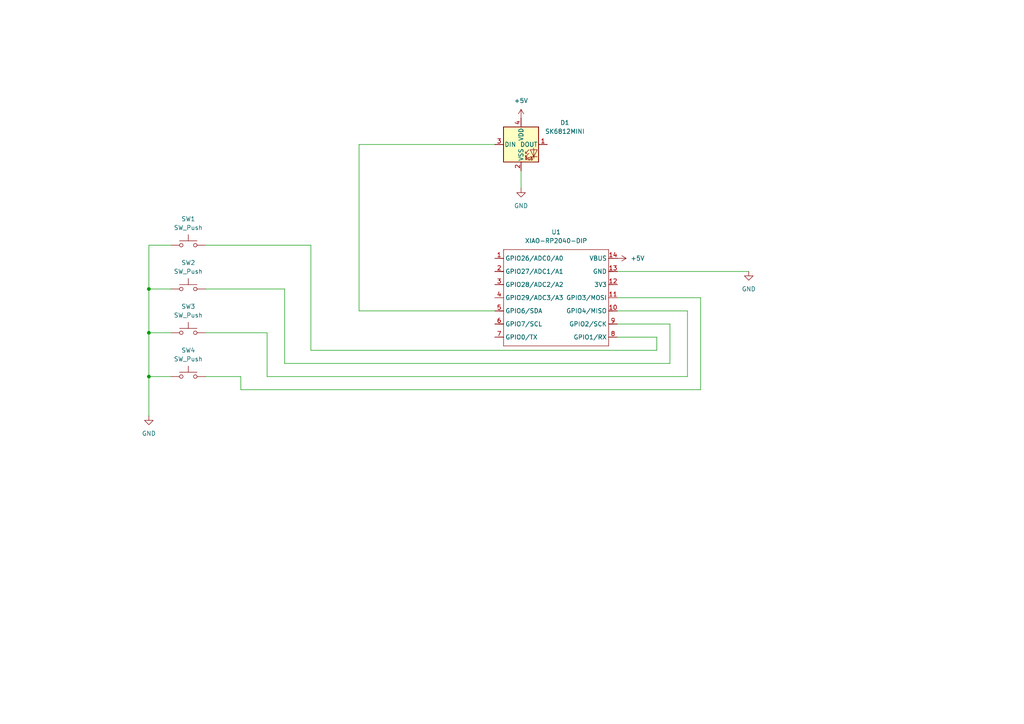
<source format=kicad_sch>
(kicad_sch (version 20231120) (generator "eeschema") (generator_version "8.0")
  (paper "A4")
  (lib_symbols
    (symbol "LED:SK6812MINI" (pin_names (offset 0.254))
      (property "Reference" "D" (at 5.08 5.715 0))
      (property "Value" "SK6812MINI" (at 1.27 -5.715 0))
      (symbol "SK6812MINI_0_0"
        (text "RGB" (at 2.286 -4.191 0) (effects (font (size 0.762 0.762))))
      )
      (symbol "SK6812MINI_0_1"
        (polyline (pts (xy 1.27 -3.556) (xy 1.778 -3.556)))
        (polyline (pts (xy 1.27 -2.54) (xy 1.778 -2.54)))
        (polyline (pts (xy 4.699 -3.556) (xy 2.667 -3.556)))
        (polyline (pts (xy 2.286 -2.54) (xy 1.27 -3.556) (xy 1.27 -3.048)))
        (polyline (pts (xy 2.286 -1.524) (xy 1.27 -2.54) (xy 1.27 -2.032)))
        (polyline (pts (xy 3.683 -1.016) (xy 3.683 -3.556) (xy 3.683 -4.064)))
        (polyline (pts (xy 4.699 -1.524) (xy 2.667 -1.524) (xy 3.683 -3.556) (xy 4.699 -1.524)))
        (rectangle (start 5.08 5.08) (end -5.08 -5.08) (stroke (width 0.254)) (fill (type background)))
      )
      (symbol "SK6812MINI_1_1"
        (pin output line (at 7.62 0 180) (length 2.54) (name "DOUT") (number "1"))
        (pin power_in line (at 0 -7.62 90) (length 2.54) (name "VSS") (number "2"))
        (pin input line (at -7.62 0 0) (length 2.54) (name "DIN") (number "3"))
        (pin power_in line (at 0 7.62 270) (length 2.54) (name "VDD") (number "4"))
      )
    )
    (symbol "OPL:XIAO-RP2040-DIP"
      (property "Reference" "U" (at 0 0 0))
      (property "Value" "XIAO-RP2040-DIP" (at 5.334 -1.778 0))
      (symbol "XIAO-RP2040-DIP_1_0"
        (polyline (pts (xy -1.27 -30.48) (xy -1.27 -16.51)) (stroke (width 0.1524)))
        (polyline (pts (xy -1.27 -27.94) (xy -2.54 -27.94)) (stroke (width 0.1524)))
        (polyline (pts (xy -1.27 -24.13) (xy -2.54 -24.13)) (stroke (width 0.1524)))
        (polyline (pts (xy -1.27 -20.32) (xy -2.54 -20.32)) (stroke (width 0.1524)))
        (polyline (pts (xy -1.27 -16.51) (xy -2.54 -16.51)) (stroke (width 0.1524)))
        (polyline (pts (xy -1.27 -16.51) (xy -1.27 -12.7)) (stroke (width 0.1524)))
        (polyline (pts (xy -1.27 -12.7) (xy -2.54 -12.7)) (stroke (width 0.1524)))
        (polyline (pts (xy -1.27 -12.7) (xy -1.27 -8.89)) (stroke (width 0.1524)))
        (polyline (pts (xy -1.27 -8.89) (xy -2.54 -8.89)) (stroke (width 0.1524)))
        (polyline (pts (xy -1.27 -8.89) (xy -1.27 -5.08)) (stroke (width 0.1524)))
        (polyline (pts (xy -1.27 -5.08) (xy -2.54 -5.08)) (stroke (width 0.1524)))
        (polyline (pts (xy -1.27 -5.08) (xy -1.27 -2.54)) (stroke (width 0.1524)))
        (polyline (pts (xy -1.27 -2.54) (xy 29.21 -2.54)) (stroke (width 0.1524)))
        (polyline (pts (xy 29.21 -30.48) (xy -1.27 -30.48)) (stroke (width 0.1524)))
        (polyline (pts (xy 29.21 -12.7) (xy 29.21 -30.48)) (stroke (width 0.1524)))
        (polyline (pts (xy 29.21 -8.89) (xy 29.21 -12.7)) (stroke (width 0.1524)))
        (polyline (pts (xy 29.21 -5.08) (xy 29.21 -8.89)) (stroke (width 0.1524)))
        (polyline (pts (xy 29.21 -2.54) (xy 29.21 -5.08)) (stroke (width 0.1524)))
        (polyline (pts (xy 30.48 -27.94) (xy 29.21 -27.94)) (stroke (width 0.1524)))
        (polyline (pts (xy 30.48 -24.13) (xy 29.21 -24.13)) (stroke (width 0.1524)))
        (polyline (pts (xy 30.48 -20.32) (xy 29.21 -20.32)) (stroke (width 0.1524)))
        (polyline (pts (xy 30.48 -16.51) (xy 29.21 -16.51)) (stroke (width 0.1524)))
        (polyline (pts (xy 30.48 -12.7) (xy 29.21 -12.7)) (stroke (width 0.1524)))
        (polyline (pts (xy 30.48 -8.89) (xy 29.21 -8.89)) (stroke (width 0.1524)))
        (polyline (pts (xy 30.48 -5.08) (xy 29.21 -5.08)) (stroke (width 0.1524)))
        (pin passive line (at -3.81 -5.08 0) (length 2.54) (name "GPIO26/ADC0/A0") (number "1"))
        (pin passive line (at 31.75 -20.32 180) (length 2.54) (name "GPIO4/MISO") (number "10"))
        (pin passive line (at 31.75 -16.51 180) (length 2.54) (name "GPIO3/MOSI") (number "11"))
        (pin passive line (at 31.75 -12.7 180) (length 2.54) (name "3V3") (number "12"))
        (pin passive line (at 31.75 -8.89 180) (length 2.54) (name "GND") (number "13"))
        (pin passive line (at 31.75 -5.08 180) (length 2.54) (name "VBUS") (number "14"))
        (pin passive line (at -3.81 -8.89 0) (length 2.54) (name "GPIO27/ADC1/A1") (number "2"))
        (pin passive line (at -3.81 -12.7 0) (length 2.54) (name "GPIO28/ADC2/A2") (number "3"))
        (pin passive line (at -3.81 -16.51 0) (length 2.54) (name "GPIO29/ADC3/A3") (number "4"))
        (pin passive line (at -3.81 -20.32 0) (length 2.54) (name "GPIO6/SDA") (number "5"))
        (pin passive line (at -3.81 -24.13 0) (length 2.54) (name "GPIO7/SCL") (number "6"))
        (pin passive line (at -3.81 -27.94 0) (length 2.54) (name "GPIO0/TX") (number "7"))
        (pin passive line (at 31.75 -27.94 180) (length 2.54) (name "GPIO1/RX") (number "8"))
        (pin passive line (at 31.75 -24.13 180) (length 2.54) (name "GPIO2/SCK") (number "9"))
      )
    )
    (symbol "Switch:SW_Push" (pin_numbers hide) (pin_names (offset 1.016) hide)
      (property "Reference" "SW" (at 1.27 2.54 0))
      (property "Value" "SW_Push" (at 0 -1.524 0))
      (symbol "SW_Push_0_1"
        (circle (center -2.032 0) (radius 0.508))
        (polyline (pts (xy 0 1.27) (xy 0 3.048)))
        (polyline (pts (xy 2.54 1.27) (xy -2.54 1.27)))
        (circle (center 2.032 0) (radius 0.508))
        (pin passive line (at -5.08 0 0) (length 2.54) (name "1") (number "1"))
        (pin passive line (at 5.08 0 180) (length 2.54) (name "2") (number "2"))
      )
    )
    (symbol "power:+5V" (power) (pin_numbers hide) (pin_names (offset 0) hide)
      (property "Value" "+5V" (at 0 3.556 0))
      (symbol "+5V_0_1"
        (polyline (pts (xy -0.762 1.27) (xy 0 2.54)))
        (polyline (pts (xy 0 0) (xy 0 2.54)))
        (polyline (pts (xy 0 2.54) (xy 0.762 1.27)))
      )
      (symbol "+5V_1_1"
        (pin power_in line (at 0 0 90) (length 0) (name "~") (number "1"))
      )
    )
    (symbol "power:GND" (power) (pin_numbers hide) (pin_names (offset 0) hide)
      (property "Value" "GND" (at 0 -3.81 0))
      (symbol "GND_0_1"
        (polyline (pts (xy 0 0) (xy 0 -1.27) (xy 1.27 -1.27) (xy 0 -2.54) (xy -1.27 -1.27) (xy 0 -1.27)))
      )
      (symbol "GND_1_1"
        (pin power_in line (at 0 0 270) (length 0) (name "~") (number "1"))
      )
    )
  )
  (junction (at 43.18 83.82))
  (junction (at 43.18 109.22))
  (junction (at 43.18 96.52))
  (wire (pts (xy 69.85 113.03) (xy 69.85 109.22)))
  (wire (pts (xy 90.17 71.12) (xy 59.69 71.12)))
  (wire (pts (xy 179.07 93.98) (xy 194.31 93.98)))
  (wire (pts (xy 203.2 113.03) (xy 69.85 113.03)))
  (wire (pts (xy 179.07 90.17) (xy 199.39 90.17)))
  (wire (pts (xy 199.39 109.22) (xy 77.47 109.22)))
  (wire (pts (xy 203.2 86.36) (xy 203.2 113.03)))
  (wire (pts (xy 199.39 90.17) (xy 199.39 109.22)))
  (wire (pts (xy 43.18 96.52) (xy 49.53 96.52)))
  (wire (pts (xy 143.51 90.17) (xy 104.14 90.17)))
  (wire (pts (xy 43.18 83.82) (xy 49.53 83.82)))
  (wire (pts (xy 151.13 49.53) (xy 151.13 54.61)))
  (wire (pts (xy 194.31 93.98) (xy 194.31 105.41)))
  (wire (pts (xy 69.85 109.22) (xy 59.69 109.22)))
  (wire (pts (xy 179.07 86.36) (xy 203.2 86.36)))
  (wire (pts (xy 90.17 101.6) (xy 90.17 71.12)))
  (wire (pts (xy 43.18 109.22) (xy 43.18 120.65)))
  (wire (pts (xy 179.07 78.74) (xy 217.17 78.74)))
  (wire (pts (xy 104.14 41.91) (xy 143.51 41.91)))
  (wire (pts (xy 190.5 97.79) (xy 190.5 101.6)))
  (wire (pts (xy 104.14 90.17) (xy 104.14 41.91)))
  (wire (pts (xy 77.47 109.22) (xy 77.47 96.52)))
  (wire (pts (xy 43.18 109.22) (xy 49.53 109.22)))
  (wire (pts (xy 49.53 71.12) (xy 43.18 71.12)))
  (wire (pts (xy 190.5 101.6) (xy 90.17 101.6)))
  (wire (pts (xy 179.07 97.79) (xy 190.5 97.79)))
  (wire (pts (xy 82.55 83.82) (xy 59.69 83.82)))
  (wire (pts (xy 43.18 71.12) (xy 43.18 83.82)))
  (wire (pts (xy 82.55 105.41) (xy 82.55 83.82)))
  (wire (pts (xy 43.18 96.52) (xy 43.18 109.22)))
  (wire (pts (xy 194.31 105.41) (xy 82.55 105.41)))
  (wire (pts (xy 43.18 83.82) (xy 43.18 96.52)))
  (wire (pts (xy 77.47 96.52) (xy 59.69 96.52)))
  (symbol (lib_id "power:+5V") (at 179.07 74.93 270) (unit 1)
    (property "Reference" "#PWR05" (effects (hide yes)))
    (property "Value" "+5V" (at 182.88 74.9299 90) (effects (justify left)))
    (property "Description" "Power symbol creates a global label with name \"+5V\"" (effects (hide yes)))
  )
  (symbol (lib_id "power:+5V") (at 151.13 34.29 0) (unit 1)
    (property "Reference" "#PWR04" (effects (hide yes)))
    (property "Value" "+5V" (at 151.13 29.21 0))
    (property "Description" "Power symbol creates a global label with name \"+5V\"" (effects (hide yes)))
  )
  (symbol (lib_id "power:GND") (at 217.17 78.74 0) (unit 1)
    (property "Reference" "#PWR03" (effects (hide yes)))
    (property "Value" "GND" (at 217.17 83.82 0))
    (property "Description" "Power symbol creates a global label with name \"GND\" , ground" (effects (hide yes)))
  )
  (symbol (lib_id "Switch:SW_Push") (at 54.61 109.22 0) (unit 1)
    (property "Reference" "SW4" (at 54.61 101.6 0))
    (property "Value" "SW_Push" (at 54.61 104.14 0))
    (property "Footprint" "Button_Switch_Keyboard:SW_Cherry_MX_1.00u_PCB" (effects (hide yes)))
    (property "Description" "Push button switch, generic, two pins" (effects (hide yes)))
  )
  (symbol (lib_id "OPL:XIAO-RP2040-DIP") (at 147.32 69.85 0) (unit 1)
    (property "Reference" "U1" (at 161.29 67.31 0))
    (property "Value" "XIAO-RP2040-DIP" (at 161.29 69.85 0))
    (property "Footprint" "OPL:XIAO-RP2040-DIP" (effects (hide yes)))
  )
  (symbol (lib_id "Switch:SW_Push") (at 54.61 96.52 0) (unit 1)
    (property "Reference" "SW3" (at 54.61 88.9 0))
    (property "Value" "SW_Push" (at 54.61 91.44 0))
    (property "Footprint" "Button_Switch_Keyboard:SW_Cherry_MX_1.00u_PCB" (effects (hide yes)))
    (property "Description" "Push button switch, generic, two pins" (effects (hide yes)))
  )
  (symbol (lib_id "Switch:SW_Push") (at 54.61 71.12 0) (unit 1)
    (property "Reference" "SW1" (at 54.61 63.5 0))
    (property "Value" "SW_Push" (at 54.61 66.04 0))
    (property "Footprint" "Button_Switch_Keyboard:SW_Cherry_MX_1.00u_PCB" (effects (hide yes)))
    (property "Description" "Push button switch, generic, two pins" (effects (hide yes)))
  )
  (symbol (lib_id "power:GND") (at 43.18 120.65 0) (unit 1)
    (property "Reference" "#PWR01" (effects (hide yes)))
    (property "Value" "GND" (at 43.18 125.73 0))
    (property "Description" "Power symbol creates a global label with name \"GND\" , ground" (effects (hide yes)))
  )
  (symbol (lib_id "LED:SK6812MINI") (at 151.13 41.91 0) (unit 1)
    (property "Reference" "D1" (at 163.83 35.5914 0))
    (property "Value" "SK6812MINI" (at 163.83 38.1314 0))
    (property "Footprint" "LED_SMD:LED_SK6812MINI_PLCC4_3.5x3.5mm_P1.75mm" (effects (hide yes)))
    (property "Datasheet" "https://cdn-shop.adafruit.com/product-files/2686/SK6812MINI_REV.01-1-2.pdf" (effects (hide yes)))
    (property "Description" "RGB LED with integrated controller" (effects (hide yes)))
  )
  (symbol (lib_id "power:GND") (at 151.13 54.61 0) (unit 1)
    (property "Reference" "#PWR02" (effects (hide yes)))
    (property "Value" "GND" (at 151.13 59.69 0))
    (property "Description" "Power symbol creates a global label with name \"GND\" , ground" (effects (hide yes)))
  )
  (symbol (lib_id "Switch:SW_Push") (at 54.61 83.82 0) (unit 1)
    (property "Reference" "SW2" (at 54.61 76.2 0))
    (property "Value" "SW_Push" (at 54.61 78.74 0))
    (property "Footprint" "Button_Switch_Keyboard:SW_Cherry_MX_1.00u_PCB" (effects (hide yes)))
    (property "Description" "Push button switch, generic, two pins" (effects (hide yes)))
  )
)
</source>
